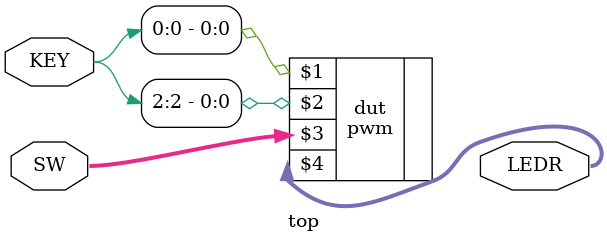
<source format=v>
module top (SW, KEY, LEDR);

    input wire [9:0] SW;        // DE-series switches
    input wire [3:0] KEY;       // DE-series pushbuttons

    output wire [9:0] LEDR;     // DE-series LEDs   

    pwm dut (KEY[0], KEY[2], SW, LEDR);
 
endmodule


</source>
